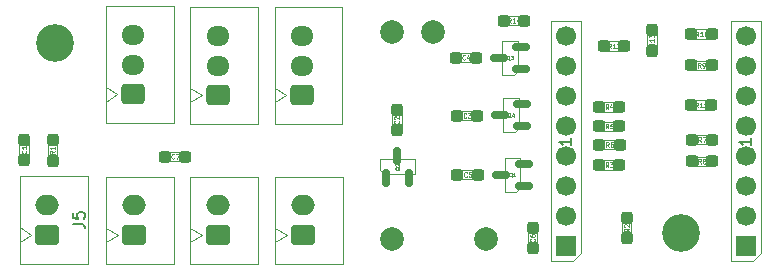
<source format=gbr>
%TF.GenerationSoftware,KiCad,Pcbnew,9.0.3*%
%TF.CreationDate,2025-09-10T20:52:41+09:00*%
%TF.ProjectId,mirror_Shooter_v2,6d697272-6f72-45f5-9368-6f6f7465725f,rev?*%
%TF.SameCoordinates,Original*%
%TF.FileFunction,Soldermask,Top*%
%TF.FilePolarity,Negative*%
%FSLAX46Y46*%
G04 Gerber Fmt 4.6, Leading zero omitted, Abs format (unit mm)*
G04 Created by KiCad (PCBNEW 9.0.3) date 2025-09-10 20:52:41*
%MOMM*%
%LPD*%
G01*
G04 APERTURE LIST*
G04 Aperture macros list*
%AMRoundRect*
0 Rectangle with rounded corners*
0 $1 Rounding radius*
0 $2 $3 $4 $5 $6 $7 $8 $9 X,Y pos of 4 corners*
0 Add a 4 corners polygon primitive as box body*
4,1,4,$2,$3,$4,$5,$6,$7,$8,$9,$2,$3,0*
0 Add four circle primitives for the rounded corners*
1,1,$1+$1,$2,$3*
1,1,$1+$1,$4,$5*
1,1,$1+$1,$6,$7*
1,1,$1+$1,$8,$9*
0 Add four rect primitives between the rounded corners*
20,1,$1+$1,$2,$3,$4,$5,0*
20,1,$1+$1,$4,$5,$6,$7,0*
20,1,$1+$1,$6,$7,$8,$9,0*
20,1,$1+$1,$8,$9,$2,$3,0*%
G04 Aperture macros list end*
%ADD10RoundRect,0.237500X0.300000X0.237500X-0.300000X0.237500X-0.300000X-0.237500X0.300000X-0.237500X0*%
%ADD11RoundRect,0.237500X0.237500X-0.300000X0.237500X0.300000X-0.237500X0.300000X-0.237500X-0.300000X0*%
%ADD12RoundRect,0.250000X0.750000X-0.600000X0.750000X0.600000X-0.750000X0.600000X-0.750000X-0.600000X0*%
%ADD13O,2.000000X1.700000*%
%ADD14C,3.200000*%
%ADD15C,1.700000*%
%ADD16R,1.700000X1.700000*%
%ADD17RoundRect,0.237500X-0.300000X-0.237500X0.300000X-0.237500X0.300000X0.237500X-0.300000X0.237500X0*%
%ADD18RoundRect,0.237500X-0.237500X0.300000X-0.237500X-0.300000X0.237500X-0.300000X0.237500X0.300000X0*%
%ADD19RoundRect,0.250000X0.725000X-0.600000X0.725000X0.600000X-0.725000X0.600000X-0.725000X-0.600000X0*%
%ADD20O,1.950000X1.700000*%
%ADD21RoundRect,0.150000X0.587500X0.150000X-0.587500X0.150000X-0.587500X-0.150000X0.587500X-0.150000X0*%
%ADD22C,2.000000*%
%ADD23RoundRect,0.150000X0.150000X-0.587500X0.150000X0.587500X-0.150000X0.587500X-0.150000X-0.587500X0*%
%ADD24C,0.060000*%
%ADD25C,0.150000*%
%ADD26C,0.050000*%
%ADD27C,0.100000*%
G04 APERTURE END LIST*
D10*
%TO.C,R14*%
X203173500Y-100203000D03*
X201448500Y-100203000D03*
%TD*%
D11*
%TO.C,R13*%
X213995000Y-102743000D03*
X213995000Y-101018000D03*
%TD*%
D10*
%TO.C,R12*%
X211656000Y-102362000D03*
X209931000Y-102362000D03*
%TD*%
D12*
%TO.C,J5*%
X162814000Y-118324000D03*
D13*
X162814000Y-115824000D03*
%TD*%
D14*
%TO.C,H1*%
X163450000Y-102100000D03*
%TD*%
%TO.C,H2*%
X216490000Y-118140000D03*
%TD*%
D15*
%TO.C,J10*%
X206700000Y-101460000D03*
X206700000Y-104000000D03*
X206700000Y-106540000D03*
X206700000Y-109080000D03*
X206700000Y-111620000D03*
X206700000Y-114160000D03*
X206700000Y-116700000D03*
D16*
X206700000Y-119240000D03*
%TD*%
D11*
%TO.C,R1*%
X163250000Y-112050000D03*
X163250000Y-110325000D03*
%TD*%
D17*
%TO.C,R4*%
X209525000Y-107500000D03*
X211250000Y-107500000D03*
%TD*%
D10*
%TO.C,R7*%
X219098200Y-110286800D03*
X217373200Y-110286800D03*
%TD*%
D11*
%TO.C,C6*%
X203900000Y-119462500D03*
X203900000Y-117737500D03*
%TD*%
D17*
%TO.C,R11*%
X217295000Y-107350000D03*
X219020000Y-107350000D03*
%TD*%
%TO.C,R3*%
X209525000Y-112411000D03*
X211250000Y-112411000D03*
%TD*%
D18*
%TO.C,R2*%
X211860000Y-116877500D03*
X211860000Y-118602500D03*
%TD*%
D19*
%TO.C,J1*%
X184400000Y-106500000D03*
D20*
X184400000Y-104000000D03*
X184400000Y-101500000D03*
%TD*%
D19*
%TO.C,J3*%
X170100000Y-106450000D03*
D20*
X170100000Y-103950000D03*
X170100000Y-101450000D03*
%TD*%
D19*
%TO.C,J2*%
X177250000Y-106500000D03*
D20*
X177250000Y-104000000D03*
X177250000Y-101500000D03*
%TD*%
D21*
%TO.C,Q4*%
X203000000Y-109150000D03*
X203000000Y-107250000D03*
X201125000Y-108200000D03*
%TD*%
D22*
%TO.C,J9*%
X199950000Y-118680900D03*
X191950000Y-118680900D03*
%TD*%
D12*
%TO.C,J7*%
X170125000Y-118350000D03*
D13*
X170125000Y-115850000D03*
%TD*%
D12*
%TO.C,J8*%
X184425000Y-118350000D03*
D13*
X184425000Y-115850000D03*
%TD*%
D10*
%TO.C,R10*%
X219049600Y-101346000D03*
X217324600Y-101346000D03*
%TD*%
D17*
%TO.C,R5*%
X209525000Y-109151000D03*
X211250000Y-109151000D03*
%TD*%
D22*
%TO.C,J4*%
X191950000Y-101180900D03*
X195450000Y-101180900D03*
%TD*%
D17*
%TO.C,C5*%
X197525000Y-113250000D03*
X199250000Y-113250000D03*
%TD*%
D21*
%TO.C,Q1*%
X203125000Y-114200000D03*
X203125000Y-112300000D03*
X201250000Y-113250000D03*
%TD*%
D17*
%TO.C,C3*%
X197500000Y-108250000D03*
X199225000Y-108250000D03*
%TD*%
D10*
%TO.C,R9*%
X219049600Y-103987600D03*
X217324600Y-103987600D03*
%TD*%
D11*
%TO.C,C1*%
X160850000Y-112000000D03*
X160850000Y-110275000D03*
%TD*%
D12*
%TO.C,J6*%
X177275000Y-118350000D03*
D13*
X177275000Y-115850000D03*
%TD*%
D17*
%TO.C,R6*%
X209548200Y-110709200D03*
X211273200Y-110709200D03*
%TD*%
D21*
%TO.C,Q3*%
X202918300Y-104291300D03*
X202918300Y-102391300D03*
X201043300Y-103341300D03*
%TD*%
D23*
%TO.C,Q2*%
X191500000Y-113500000D03*
X193400000Y-113500000D03*
X192450000Y-111625000D03*
%TD*%
D17*
%TO.C,C4*%
X197408800Y-103327200D03*
X199133800Y-103327200D03*
%TD*%
D18*
%TO.C,C2*%
X192400000Y-107750000D03*
X192400000Y-109475000D03*
%TD*%
D17*
%TO.C,C7*%
X172760000Y-111710000D03*
X174485000Y-111710000D03*
%TD*%
D16*
%TO.C,J11*%
X221950000Y-119240000D03*
D15*
X221950000Y-116700000D03*
X221950000Y-114160000D03*
X221950000Y-111620000D03*
X221950000Y-109080000D03*
X221950000Y-106540000D03*
X221950000Y-104000000D03*
X221950000Y-101460000D03*
%TD*%
D10*
%TO.C,R8*%
X219098200Y-112115600D03*
X217373200Y-112115600D03*
%TD*%
D24*
X202053857Y-100384927D02*
X201920524Y-100194451D01*
X201825286Y-100384927D02*
X201825286Y-99984927D01*
X201825286Y-99984927D02*
X201977667Y-99984927D01*
X201977667Y-99984927D02*
X202015762Y-100003975D01*
X202015762Y-100003975D02*
X202034809Y-100023022D01*
X202034809Y-100023022D02*
X202053857Y-100061118D01*
X202053857Y-100061118D02*
X202053857Y-100118260D01*
X202053857Y-100118260D02*
X202034809Y-100156356D01*
X202034809Y-100156356D02*
X202015762Y-100175403D01*
X202015762Y-100175403D02*
X201977667Y-100194451D01*
X201977667Y-100194451D02*
X201825286Y-100194451D01*
X202434809Y-100384927D02*
X202206238Y-100384927D01*
X202320524Y-100384927D02*
X202320524Y-99984927D01*
X202320524Y-99984927D02*
X202282428Y-100042070D01*
X202282428Y-100042070D02*
X202244333Y-100080165D01*
X202244333Y-100080165D02*
X202206238Y-100099213D01*
X202777666Y-100118260D02*
X202777666Y-100384927D01*
X202682428Y-99965880D02*
X202587190Y-100251594D01*
X202587190Y-100251594D02*
X202834809Y-100251594D01*
X214176927Y-102137642D02*
X213986451Y-102270975D01*
X214176927Y-102366213D02*
X213776927Y-102366213D01*
X213776927Y-102366213D02*
X213776927Y-102213832D01*
X213776927Y-102213832D02*
X213795975Y-102175737D01*
X213795975Y-102175737D02*
X213815022Y-102156690D01*
X213815022Y-102156690D02*
X213853118Y-102137642D01*
X213853118Y-102137642D02*
X213910260Y-102137642D01*
X213910260Y-102137642D02*
X213948356Y-102156690D01*
X213948356Y-102156690D02*
X213967403Y-102175737D01*
X213967403Y-102175737D02*
X213986451Y-102213832D01*
X213986451Y-102213832D02*
X213986451Y-102366213D01*
X214176927Y-101756690D02*
X214176927Y-101985261D01*
X214176927Y-101870975D02*
X213776927Y-101870975D01*
X213776927Y-101870975D02*
X213834070Y-101909071D01*
X213834070Y-101909071D02*
X213872165Y-101947166D01*
X213872165Y-101947166D02*
X213891213Y-101985261D01*
X213776927Y-101623357D02*
X213776927Y-101375738D01*
X213776927Y-101375738D02*
X213929308Y-101509071D01*
X213929308Y-101509071D02*
X213929308Y-101451928D01*
X213929308Y-101451928D02*
X213948356Y-101413833D01*
X213948356Y-101413833D02*
X213967403Y-101394785D01*
X213967403Y-101394785D02*
X214005499Y-101375738D01*
X214005499Y-101375738D02*
X214100737Y-101375738D01*
X214100737Y-101375738D02*
X214138832Y-101394785D01*
X214138832Y-101394785D02*
X214157880Y-101413833D01*
X214157880Y-101413833D02*
X214176927Y-101451928D01*
X214176927Y-101451928D02*
X214176927Y-101566214D01*
X214176927Y-101566214D02*
X214157880Y-101604309D01*
X214157880Y-101604309D02*
X214138832Y-101623357D01*
X210536357Y-102543927D02*
X210403024Y-102353451D01*
X210307786Y-102543927D02*
X210307786Y-102143927D01*
X210307786Y-102143927D02*
X210460167Y-102143927D01*
X210460167Y-102143927D02*
X210498262Y-102162975D01*
X210498262Y-102162975D02*
X210517309Y-102182022D01*
X210517309Y-102182022D02*
X210536357Y-102220118D01*
X210536357Y-102220118D02*
X210536357Y-102277260D01*
X210536357Y-102277260D02*
X210517309Y-102315356D01*
X210517309Y-102315356D02*
X210498262Y-102334403D01*
X210498262Y-102334403D02*
X210460167Y-102353451D01*
X210460167Y-102353451D02*
X210307786Y-102353451D01*
X210917309Y-102543927D02*
X210688738Y-102543927D01*
X210803024Y-102543927D02*
X210803024Y-102143927D01*
X210803024Y-102143927D02*
X210764928Y-102201070D01*
X210764928Y-102201070D02*
X210726833Y-102239165D01*
X210726833Y-102239165D02*
X210688738Y-102258213D01*
X211069690Y-102182022D02*
X211088738Y-102162975D01*
X211088738Y-102162975D02*
X211126833Y-102143927D01*
X211126833Y-102143927D02*
X211222071Y-102143927D01*
X211222071Y-102143927D02*
X211260166Y-102162975D01*
X211260166Y-102162975D02*
X211279214Y-102182022D01*
X211279214Y-102182022D02*
X211298261Y-102220118D01*
X211298261Y-102220118D02*
X211298261Y-102258213D01*
X211298261Y-102258213D02*
X211279214Y-102315356D01*
X211279214Y-102315356D02*
X211050642Y-102543927D01*
X211050642Y-102543927D02*
X211298261Y-102543927D01*
D25*
X164968819Y-117407333D02*
X165683104Y-117407333D01*
X165683104Y-117407333D02*
X165825961Y-117454952D01*
X165825961Y-117454952D02*
X165921200Y-117550190D01*
X165921200Y-117550190D02*
X165968819Y-117693047D01*
X165968819Y-117693047D02*
X165968819Y-117788285D01*
X164968819Y-116454952D02*
X164968819Y-116931142D01*
X164968819Y-116931142D02*
X165445009Y-116978761D01*
X165445009Y-116978761D02*
X165397390Y-116931142D01*
X165397390Y-116931142D02*
X165349771Y-116835904D01*
X165349771Y-116835904D02*
X165349771Y-116597809D01*
X165349771Y-116597809D02*
X165397390Y-116502571D01*
X165397390Y-116502571D02*
X165445009Y-116454952D01*
X165445009Y-116454952D02*
X165540247Y-116407333D01*
X165540247Y-116407333D02*
X165778342Y-116407333D01*
X165778342Y-116407333D02*
X165873580Y-116454952D01*
X165873580Y-116454952D02*
X165921200Y-116502571D01*
X165921200Y-116502571D02*
X165968819Y-116597809D01*
X165968819Y-116597809D02*
X165968819Y-116835904D01*
X165968819Y-116835904D02*
X165921200Y-116931142D01*
X165921200Y-116931142D02*
X165873580Y-116978761D01*
X162688095Y-102554819D02*
X162688095Y-101554819D01*
X162688095Y-102031009D02*
X163259523Y-102031009D01*
X163259523Y-102554819D02*
X163259523Y-101554819D01*
X164259523Y-102554819D02*
X163688095Y-102554819D01*
X163973809Y-102554819D02*
X163973809Y-101554819D01*
X163973809Y-101554819D02*
X163878571Y-101697676D01*
X163878571Y-101697676D02*
X163783333Y-101792914D01*
X163783333Y-101792914D02*
X163688095Y-101840533D01*
X215728095Y-118594819D02*
X215728095Y-117594819D01*
X215728095Y-118071009D02*
X216299523Y-118071009D01*
X216299523Y-118594819D02*
X216299523Y-117594819D01*
X216728095Y-117690057D02*
X216775714Y-117642438D01*
X216775714Y-117642438D02*
X216870952Y-117594819D01*
X216870952Y-117594819D02*
X217109047Y-117594819D01*
X217109047Y-117594819D02*
X217204285Y-117642438D01*
X217204285Y-117642438D02*
X217251904Y-117690057D01*
X217251904Y-117690057D02*
X217299523Y-117785295D01*
X217299523Y-117785295D02*
X217299523Y-117880533D01*
X217299523Y-117880533D02*
X217251904Y-118023390D01*
X217251904Y-118023390D02*
X216680476Y-118594819D01*
X216680476Y-118594819D02*
X217299523Y-118594819D01*
X206154819Y-111159523D02*
X206869104Y-111159523D01*
X206869104Y-111159523D02*
X207011961Y-111207142D01*
X207011961Y-111207142D02*
X207107200Y-111302380D01*
X207107200Y-111302380D02*
X207154819Y-111445237D01*
X207154819Y-111445237D02*
X207154819Y-111540475D01*
X207154819Y-110159523D02*
X207154819Y-110730951D01*
X207154819Y-110445237D02*
X206154819Y-110445237D01*
X206154819Y-110445237D02*
X206297676Y-110540475D01*
X206297676Y-110540475D02*
X206392914Y-110635713D01*
X206392914Y-110635713D02*
X206440533Y-110730951D01*
X206154819Y-109540475D02*
X206154819Y-109445237D01*
X206154819Y-109445237D02*
X206202438Y-109349999D01*
X206202438Y-109349999D02*
X206250057Y-109302380D01*
X206250057Y-109302380D02*
X206345295Y-109254761D01*
X206345295Y-109254761D02*
X206535771Y-109207142D01*
X206535771Y-109207142D02*
X206773866Y-109207142D01*
X206773866Y-109207142D02*
X206964342Y-109254761D01*
X206964342Y-109254761D02*
X207059580Y-109302380D01*
X207059580Y-109302380D02*
X207107200Y-109349999D01*
X207107200Y-109349999D02*
X207154819Y-109445237D01*
X207154819Y-109445237D02*
X207154819Y-109540475D01*
X207154819Y-109540475D02*
X207107200Y-109635713D01*
X207107200Y-109635713D02*
X207059580Y-109683332D01*
X207059580Y-109683332D02*
X206964342Y-109730951D01*
X206964342Y-109730951D02*
X206773866Y-109778570D01*
X206773866Y-109778570D02*
X206535771Y-109778570D01*
X206535771Y-109778570D02*
X206345295Y-109730951D01*
X206345295Y-109730951D02*
X206250057Y-109683332D01*
X206250057Y-109683332D02*
X206202438Y-109635713D01*
X206202438Y-109635713D02*
X206154819Y-109540475D01*
D24*
X163431927Y-111254166D02*
X163241451Y-111387499D01*
X163431927Y-111482737D02*
X163031927Y-111482737D01*
X163031927Y-111482737D02*
X163031927Y-111330356D01*
X163031927Y-111330356D02*
X163050975Y-111292261D01*
X163050975Y-111292261D02*
X163070022Y-111273214D01*
X163070022Y-111273214D02*
X163108118Y-111254166D01*
X163108118Y-111254166D02*
X163165260Y-111254166D01*
X163165260Y-111254166D02*
X163203356Y-111273214D01*
X163203356Y-111273214D02*
X163222403Y-111292261D01*
X163222403Y-111292261D02*
X163241451Y-111330356D01*
X163241451Y-111330356D02*
X163241451Y-111482737D01*
X163431927Y-110873214D02*
X163431927Y-111101785D01*
X163431927Y-110987499D02*
X163031927Y-110987499D01*
X163031927Y-110987499D02*
X163089070Y-111025595D01*
X163089070Y-111025595D02*
X163127165Y-111063690D01*
X163127165Y-111063690D02*
X163146213Y-111101785D01*
X210320833Y-107681927D02*
X210187500Y-107491451D01*
X210092262Y-107681927D02*
X210092262Y-107281927D01*
X210092262Y-107281927D02*
X210244643Y-107281927D01*
X210244643Y-107281927D02*
X210282738Y-107300975D01*
X210282738Y-107300975D02*
X210301785Y-107320022D01*
X210301785Y-107320022D02*
X210320833Y-107358118D01*
X210320833Y-107358118D02*
X210320833Y-107415260D01*
X210320833Y-107415260D02*
X210301785Y-107453356D01*
X210301785Y-107453356D02*
X210282738Y-107472403D01*
X210282738Y-107472403D02*
X210244643Y-107491451D01*
X210244643Y-107491451D02*
X210092262Y-107491451D01*
X210663690Y-107415260D02*
X210663690Y-107681927D01*
X210568452Y-107262880D02*
X210473214Y-107548594D01*
X210473214Y-107548594D02*
X210720833Y-107548594D01*
X218169033Y-110468727D02*
X218035700Y-110278251D01*
X217940462Y-110468727D02*
X217940462Y-110068727D01*
X217940462Y-110068727D02*
X218092843Y-110068727D01*
X218092843Y-110068727D02*
X218130938Y-110087775D01*
X218130938Y-110087775D02*
X218149985Y-110106822D01*
X218149985Y-110106822D02*
X218169033Y-110144918D01*
X218169033Y-110144918D02*
X218169033Y-110202060D01*
X218169033Y-110202060D02*
X218149985Y-110240156D01*
X218149985Y-110240156D02*
X218130938Y-110259203D01*
X218130938Y-110259203D02*
X218092843Y-110278251D01*
X218092843Y-110278251D02*
X217940462Y-110278251D01*
X218302366Y-110068727D02*
X218569033Y-110068727D01*
X218569033Y-110068727D02*
X218397604Y-110468727D01*
X204043832Y-118666666D02*
X204062880Y-118685714D01*
X204062880Y-118685714D02*
X204081927Y-118742856D01*
X204081927Y-118742856D02*
X204081927Y-118780952D01*
X204081927Y-118780952D02*
X204062880Y-118838095D01*
X204062880Y-118838095D02*
X204024784Y-118876190D01*
X204024784Y-118876190D02*
X203986689Y-118895237D01*
X203986689Y-118895237D02*
X203910499Y-118914285D01*
X203910499Y-118914285D02*
X203853356Y-118914285D01*
X203853356Y-118914285D02*
X203777165Y-118895237D01*
X203777165Y-118895237D02*
X203739070Y-118876190D01*
X203739070Y-118876190D02*
X203700975Y-118838095D01*
X203700975Y-118838095D02*
X203681927Y-118780952D01*
X203681927Y-118780952D02*
X203681927Y-118742856D01*
X203681927Y-118742856D02*
X203700975Y-118685714D01*
X203700975Y-118685714D02*
X203720022Y-118666666D01*
X203681927Y-118323809D02*
X203681927Y-118399999D01*
X203681927Y-118399999D02*
X203700975Y-118438095D01*
X203700975Y-118438095D02*
X203720022Y-118457142D01*
X203720022Y-118457142D02*
X203777165Y-118495237D01*
X203777165Y-118495237D02*
X203853356Y-118514285D01*
X203853356Y-118514285D02*
X204005737Y-118514285D01*
X204005737Y-118514285D02*
X204043832Y-118495237D01*
X204043832Y-118495237D02*
X204062880Y-118476190D01*
X204062880Y-118476190D02*
X204081927Y-118438095D01*
X204081927Y-118438095D02*
X204081927Y-118361904D01*
X204081927Y-118361904D02*
X204062880Y-118323809D01*
X204062880Y-118323809D02*
X204043832Y-118304761D01*
X204043832Y-118304761D02*
X204005737Y-118285714D01*
X204005737Y-118285714D02*
X203910499Y-118285714D01*
X203910499Y-118285714D02*
X203872403Y-118304761D01*
X203872403Y-118304761D02*
X203853356Y-118323809D01*
X203853356Y-118323809D02*
X203834308Y-118361904D01*
X203834308Y-118361904D02*
X203834308Y-118438095D01*
X203834308Y-118438095D02*
X203853356Y-118476190D01*
X203853356Y-118476190D02*
X203872403Y-118495237D01*
X203872403Y-118495237D02*
X203910499Y-118514285D01*
X217900357Y-107531927D02*
X217767024Y-107341451D01*
X217671786Y-107531927D02*
X217671786Y-107131927D01*
X217671786Y-107131927D02*
X217824167Y-107131927D01*
X217824167Y-107131927D02*
X217862262Y-107150975D01*
X217862262Y-107150975D02*
X217881309Y-107170022D01*
X217881309Y-107170022D02*
X217900357Y-107208118D01*
X217900357Y-107208118D02*
X217900357Y-107265260D01*
X217900357Y-107265260D02*
X217881309Y-107303356D01*
X217881309Y-107303356D02*
X217862262Y-107322403D01*
X217862262Y-107322403D02*
X217824167Y-107341451D01*
X217824167Y-107341451D02*
X217671786Y-107341451D01*
X218281309Y-107531927D02*
X218052738Y-107531927D01*
X218167024Y-107531927D02*
X218167024Y-107131927D01*
X218167024Y-107131927D02*
X218128928Y-107189070D01*
X218128928Y-107189070D02*
X218090833Y-107227165D01*
X218090833Y-107227165D02*
X218052738Y-107246213D01*
X218662261Y-107531927D02*
X218433690Y-107531927D01*
X218547976Y-107531927D02*
X218547976Y-107131927D01*
X218547976Y-107131927D02*
X218509880Y-107189070D01*
X218509880Y-107189070D02*
X218471785Y-107227165D01*
X218471785Y-107227165D02*
X218433690Y-107246213D01*
X210320833Y-112592927D02*
X210187500Y-112402451D01*
X210092262Y-112592927D02*
X210092262Y-112192927D01*
X210092262Y-112192927D02*
X210244643Y-112192927D01*
X210244643Y-112192927D02*
X210282738Y-112211975D01*
X210282738Y-112211975D02*
X210301785Y-112231022D01*
X210301785Y-112231022D02*
X210320833Y-112269118D01*
X210320833Y-112269118D02*
X210320833Y-112326260D01*
X210320833Y-112326260D02*
X210301785Y-112364356D01*
X210301785Y-112364356D02*
X210282738Y-112383403D01*
X210282738Y-112383403D02*
X210244643Y-112402451D01*
X210244643Y-112402451D02*
X210092262Y-112402451D01*
X210454166Y-112192927D02*
X210701785Y-112192927D01*
X210701785Y-112192927D02*
X210568452Y-112345308D01*
X210568452Y-112345308D02*
X210625595Y-112345308D01*
X210625595Y-112345308D02*
X210663690Y-112364356D01*
X210663690Y-112364356D02*
X210682738Y-112383403D01*
X210682738Y-112383403D02*
X210701785Y-112421499D01*
X210701785Y-112421499D02*
X210701785Y-112516737D01*
X210701785Y-112516737D02*
X210682738Y-112554832D01*
X210682738Y-112554832D02*
X210663690Y-112573880D01*
X210663690Y-112573880D02*
X210625595Y-112592927D01*
X210625595Y-112592927D02*
X210511309Y-112592927D01*
X210511309Y-112592927D02*
X210473214Y-112573880D01*
X210473214Y-112573880D02*
X210454166Y-112554832D01*
X212041927Y-117806666D02*
X211851451Y-117939999D01*
X212041927Y-118035237D02*
X211641927Y-118035237D01*
X211641927Y-118035237D02*
X211641927Y-117882856D01*
X211641927Y-117882856D02*
X211660975Y-117844761D01*
X211660975Y-117844761D02*
X211680022Y-117825714D01*
X211680022Y-117825714D02*
X211718118Y-117806666D01*
X211718118Y-117806666D02*
X211775260Y-117806666D01*
X211775260Y-117806666D02*
X211813356Y-117825714D01*
X211813356Y-117825714D02*
X211832403Y-117844761D01*
X211832403Y-117844761D02*
X211851451Y-117882856D01*
X211851451Y-117882856D02*
X211851451Y-118035237D01*
X211680022Y-117654285D02*
X211660975Y-117635237D01*
X211660975Y-117635237D02*
X211641927Y-117597142D01*
X211641927Y-117597142D02*
X211641927Y-117501904D01*
X211641927Y-117501904D02*
X211660975Y-117463809D01*
X211660975Y-117463809D02*
X211680022Y-117444761D01*
X211680022Y-117444761D02*
X211718118Y-117425714D01*
X211718118Y-117425714D02*
X211756213Y-117425714D01*
X211756213Y-117425714D02*
X211813356Y-117444761D01*
X211813356Y-117444761D02*
X212041927Y-117673333D01*
X212041927Y-117673333D02*
X212041927Y-117425714D01*
D26*
X202032023Y-108375914D02*
X202001547Y-108360676D01*
X202001547Y-108360676D02*
X201971071Y-108330200D01*
X201971071Y-108330200D02*
X201925357Y-108284485D01*
X201925357Y-108284485D02*
X201894880Y-108269247D01*
X201894880Y-108269247D02*
X201864404Y-108269247D01*
X201879642Y-108345438D02*
X201849166Y-108330200D01*
X201849166Y-108330200D02*
X201818690Y-108299723D01*
X201818690Y-108299723D02*
X201803452Y-108238771D01*
X201803452Y-108238771D02*
X201803452Y-108132104D01*
X201803452Y-108132104D02*
X201818690Y-108071152D01*
X201818690Y-108071152D02*
X201849166Y-108040676D01*
X201849166Y-108040676D02*
X201879642Y-108025438D01*
X201879642Y-108025438D02*
X201940595Y-108025438D01*
X201940595Y-108025438D02*
X201971071Y-108040676D01*
X201971071Y-108040676D02*
X202001547Y-108071152D01*
X202001547Y-108071152D02*
X202016785Y-108132104D01*
X202016785Y-108132104D02*
X202016785Y-108238771D01*
X202016785Y-108238771D02*
X202001547Y-108299723D01*
X202001547Y-108299723D02*
X201971071Y-108330200D01*
X201971071Y-108330200D02*
X201940595Y-108345438D01*
X201940595Y-108345438D02*
X201879642Y-108345438D01*
X202291071Y-108132104D02*
X202291071Y-108345438D01*
X202214880Y-108010200D02*
X202138690Y-108238771D01*
X202138690Y-108238771D02*
X202336785Y-108238771D01*
D24*
X217929957Y-101527927D02*
X217796624Y-101337451D01*
X217701386Y-101527927D02*
X217701386Y-101127927D01*
X217701386Y-101127927D02*
X217853767Y-101127927D01*
X217853767Y-101127927D02*
X217891862Y-101146975D01*
X217891862Y-101146975D02*
X217910909Y-101166022D01*
X217910909Y-101166022D02*
X217929957Y-101204118D01*
X217929957Y-101204118D02*
X217929957Y-101261260D01*
X217929957Y-101261260D02*
X217910909Y-101299356D01*
X217910909Y-101299356D02*
X217891862Y-101318403D01*
X217891862Y-101318403D02*
X217853767Y-101337451D01*
X217853767Y-101337451D02*
X217701386Y-101337451D01*
X218310909Y-101527927D02*
X218082338Y-101527927D01*
X218196624Y-101527927D02*
X218196624Y-101127927D01*
X218196624Y-101127927D02*
X218158528Y-101185070D01*
X218158528Y-101185070D02*
X218120433Y-101223165D01*
X218120433Y-101223165D02*
X218082338Y-101242213D01*
X218558528Y-101127927D02*
X218596623Y-101127927D01*
X218596623Y-101127927D02*
X218634719Y-101146975D01*
X218634719Y-101146975D02*
X218653766Y-101166022D01*
X218653766Y-101166022D02*
X218672814Y-101204118D01*
X218672814Y-101204118D02*
X218691861Y-101280308D01*
X218691861Y-101280308D02*
X218691861Y-101375546D01*
X218691861Y-101375546D02*
X218672814Y-101451737D01*
X218672814Y-101451737D02*
X218653766Y-101489832D01*
X218653766Y-101489832D02*
X218634719Y-101508880D01*
X218634719Y-101508880D02*
X218596623Y-101527927D01*
X218596623Y-101527927D02*
X218558528Y-101527927D01*
X218558528Y-101527927D02*
X218520433Y-101508880D01*
X218520433Y-101508880D02*
X218501385Y-101489832D01*
X218501385Y-101489832D02*
X218482338Y-101451737D01*
X218482338Y-101451737D02*
X218463290Y-101375546D01*
X218463290Y-101375546D02*
X218463290Y-101280308D01*
X218463290Y-101280308D02*
X218482338Y-101204118D01*
X218482338Y-101204118D02*
X218501385Y-101166022D01*
X218501385Y-101166022D02*
X218520433Y-101146975D01*
X218520433Y-101146975D02*
X218558528Y-101127927D01*
X210320833Y-109332927D02*
X210187500Y-109142451D01*
X210092262Y-109332927D02*
X210092262Y-108932927D01*
X210092262Y-108932927D02*
X210244643Y-108932927D01*
X210244643Y-108932927D02*
X210282738Y-108951975D01*
X210282738Y-108951975D02*
X210301785Y-108971022D01*
X210301785Y-108971022D02*
X210320833Y-109009118D01*
X210320833Y-109009118D02*
X210320833Y-109066260D01*
X210320833Y-109066260D02*
X210301785Y-109104356D01*
X210301785Y-109104356D02*
X210282738Y-109123403D01*
X210282738Y-109123403D02*
X210244643Y-109142451D01*
X210244643Y-109142451D02*
X210092262Y-109142451D01*
X210682738Y-108932927D02*
X210492262Y-108932927D01*
X210492262Y-108932927D02*
X210473214Y-109123403D01*
X210473214Y-109123403D02*
X210492262Y-109104356D01*
X210492262Y-109104356D02*
X210530357Y-109085308D01*
X210530357Y-109085308D02*
X210625595Y-109085308D01*
X210625595Y-109085308D02*
X210663690Y-109104356D01*
X210663690Y-109104356D02*
X210682738Y-109123403D01*
X210682738Y-109123403D02*
X210701785Y-109161499D01*
X210701785Y-109161499D02*
X210701785Y-109256737D01*
X210701785Y-109256737D02*
X210682738Y-109294832D01*
X210682738Y-109294832D02*
X210663690Y-109313880D01*
X210663690Y-109313880D02*
X210625595Y-109332927D01*
X210625595Y-109332927D02*
X210530357Y-109332927D01*
X210530357Y-109332927D02*
X210492262Y-109313880D01*
X210492262Y-109313880D02*
X210473214Y-109294832D01*
X198320833Y-113393832D02*
X198301785Y-113412880D01*
X198301785Y-113412880D02*
X198244643Y-113431927D01*
X198244643Y-113431927D02*
X198206547Y-113431927D01*
X198206547Y-113431927D02*
X198149404Y-113412880D01*
X198149404Y-113412880D02*
X198111309Y-113374784D01*
X198111309Y-113374784D02*
X198092262Y-113336689D01*
X198092262Y-113336689D02*
X198073214Y-113260499D01*
X198073214Y-113260499D02*
X198073214Y-113203356D01*
X198073214Y-113203356D02*
X198092262Y-113127165D01*
X198092262Y-113127165D02*
X198111309Y-113089070D01*
X198111309Y-113089070D02*
X198149404Y-113050975D01*
X198149404Y-113050975D02*
X198206547Y-113031927D01*
X198206547Y-113031927D02*
X198244643Y-113031927D01*
X198244643Y-113031927D02*
X198301785Y-113050975D01*
X198301785Y-113050975D02*
X198320833Y-113070022D01*
X198682738Y-113031927D02*
X198492262Y-113031927D01*
X198492262Y-113031927D02*
X198473214Y-113222403D01*
X198473214Y-113222403D02*
X198492262Y-113203356D01*
X198492262Y-113203356D02*
X198530357Y-113184308D01*
X198530357Y-113184308D02*
X198625595Y-113184308D01*
X198625595Y-113184308D02*
X198663690Y-113203356D01*
X198663690Y-113203356D02*
X198682738Y-113222403D01*
X198682738Y-113222403D02*
X198701785Y-113260499D01*
X198701785Y-113260499D02*
X198701785Y-113355737D01*
X198701785Y-113355737D02*
X198682738Y-113393832D01*
X198682738Y-113393832D02*
X198663690Y-113412880D01*
X198663690Y-113412880D02*
X198625595Y-113431927D01*
X198625595Y-113431927D02*
X198530357Y-113431927D01*
X198530357Y-113431927D02*
X198492262Y-113412880D01*
X198492262Y-113412880D02*
X198473214Y-113393832D01*
D26*
X202157023Y-113425914D02*
X202126547Y-113410676D01*
X202126547Y-113410676D02*
X202096071Y-113380200D01*
X202096071Y-113380200D02*
X202050357Y-113334485D01*
X202050357Y-113334485D02*
X202019880Y-113319247D01*
X202019880Y-113319247D02*
X201989404Y-113319247D01*
X202004642Y-113395438D02*
X201974166Y-113380200D01*
X201974166Y-113380200D02*
X201943690Y-113349723D01*
X201943690Y-113349723D02*
X201928452Y-113288771D01*
X201928452Y-113288771D02*
X201928452Y-113182104D01*
X201928452Y-113182104D02*
X201943690Y-113121152D01*
X201943690Y-113121152D02*
X201974166Y-113090676D01*
X201974166Y-113090676D02*
X202004642Y-113075438D01*
X202004642Y-113075438D02*
X202065595Y-113075438D01*
X202065595Y-113075438D02*
X202096071Y-113090676D01*
X202096071Y-113090676D02*
X202126547Y-113121152D01*
X202126547Y-113121152D02*
X202141785Y-113182104D01*
X202141785Y-113182104D02*
X202141785Y-113288771D01*
X202141785Y-113288771D02*
X202126547Y-113349723D01*
X202126547Y-113349723D02*
X202096071Y-113380200D01*
X202096071Y-113380200D02*
X202065595Y-113395438D01*
X202065595Y-113395438D02*
X202004642Y-113395438D01*
X202446547Y-113395438D02*
X202263690Y-113395438D01*
X202355118Y-113395438D02*
X202355118Y-113075438D01*
X202355118Y-113075438D02*
X202324642Y-113121152D01*
X202324642Y-113121152D02*
X202294166Y-113151628D01*
X202294166Y-113151628D02*
X202263690Y-113166866D01*
D24*
X198295833Y-108393832D02*
X198276785Y-108412880D01*
X198276785Y-108412880D02*
X198219643Y-108431927D01*
X198219643Y-108431927D02*
X198181547Y-108431927D01*
X198181547Y-108431927D02*
X198124404Y-108412880D01*
X198124404Y-108412880D02*
X198086309Y-108374784D01*
X198086309Y-108374784D02*
X198067262Y-108336689D01*
X198067262Y-108336689D02*
X198048214Y-108260499D01*
X198048214Y-108260499D02*
X198048214Y-108203356D01*
X198048214Y-108203356D02*
X198067262Y-108127165D01*
X198067262Y-108127165D02*
X198086309Y-108089070D01*
X198086309Y-108089070D02*
X198124404Y-108050975D01*
X198124404Y-108050975D02*
X198181547Y-108031927D01*
X198181547Y-108031927D02*
X198219643Y-108031927D01*
X198219643Y-108031927D02*
X198276785Y-108050975D01*
X198276785Y-108050975D02*
X198295833Y-108070022D01*
X198429166Y-108031927D02*
X198676785Y-108031927D01*
X198676785Y-108031927D02*
X198543452Y-108184308D01*
X198543452Y-108184308D02*
X198600595Y-108184308D01*
X198600595Y-108184308D02*
X198638690Y-108203356D01*
X198638690Y-108203356D02*
X198657738Y-108222403D01*
X198657738Y-108222403D02*
X198676785Y-108260499D01*
X198676785Y-108260499D02*
X198676785Y-108355737D01*
X198676785Y-108355737D02*
X198657738Y-108393832D01*
X198657738Y-108393832D02*
X198638690Y-108412880D01*
X198638690Y-108412880D02*
X198600595Y-108431927D01*
X198600595Y-108431927D02*
X198486309Y-108431927D01*
X198486309Y-108431927D02*
X198448214Y-108412880D01*
X198448214Y-108412880D02*
X198429166Y-108393832D01*
X218120433Y-104169527D02*
X217987100Y-103979051D01*
X217891862Y-104169527D02*
X217891862Y-103769527D01*
X217891862Y-103769527D02*
X218044243Y-103769527D01*
X218044243Y-103769527D02*
X218082338Y-103788575D01*
X218082338Y-103788575D02*
X218101385Y-103807622D01*
X218101385Y-103807622D02*
X218120433Y-103845718D01*
X218120433Y-103845718D02*
X218120433Y-103902860D01*
X218120433Y-103902860D02*
X218101385Y-103940956D01*
X218101385Y-103940956D02*
X218082338Y-103960003D01*
X218082338Y-103960003D02*
X218044243Y-103979051D01*
X218044243Y-103979051D02*
X217891862Y-103979051D01*
X218310909Y-104169527D02*
X218387100Y-104169527D01*
X218387100Y-104169527D02*
X218425195Y-104150480D01*
X218425195Y-104150480D02*
X218444243Y-104131432D01*
X218444243Y-104131432D02*
X218482338Y-104074289D01*
X218482338Y-104074289D02*
X218501385Y-103998099D01*
X218501385Y-103998099D02*
X218501385Y-103845718D01*
X218501385Y-103845718D02*
X218482338Y-103807622D01*
X218482338Y-103807622D02*
X218463290Y-103788575D01*
X218463290Y-103788575D02*
X218425195Y-103769527D01*
X218425195Y-103769527D02*
X218349004Y-103769527D01*
X218349004Y-103769527D02*
X218310909Y-103788575D01*
X218310909Y-103788575D02*
X218291862Y-103807622D01*
X218291862Y-103807622D02*
X218272814Y-103845718D01*
X218272814Y-103845718D02*
X218272814Y-103940956D01*
X218272814Y-103940956D02*
X218291862Y-103979051D01*
X218291862Y-103979051D02*
X218310909Y-103998099D01*
X218310909Y-103998099D02*
X218349004Y-104017146D01*
X218349004Y-104017146D02*
X218425195Y-104017146D01*
X218425195Y-104017146D02*
X218463290Y-103998099D01*
X218463290Y-103998099D02*
X218482338Y-103979051D01*
X218482338Y-103979051D02*
X218501385Y-103940956D01*
X160993832Y-111204166D02*
X161012880Y-111223214D01*
X161012880Y-111223214D02*
X161031927Y-111280356D01*
X161031927Y-111280356D02*
X161031927Y-111318452D01*
X161031927Y-111318452D02*
X161012880Y-111375595D01*
X161012880Y-111375595D02*
X160974784Y-111413690D01*
X160974784Y-111413690D02*
X160936689Y-111432737D01*
X160936689Y-111432737D02*
X160860499Y-111451785D01*
X160860499Y-111451785D02*
X160803356Y-111451785D01*
X160803356Y-111451785D02*
X160727165Y-111432737D01*
X160727165Y-111432737D02*
X160689070Y-111413690D01*
X160689070Y-111413690D02*
X160650975Y-111375595D01*
X160650975Y-111375595D02*
X160631927Y-111318452D01*
X160631927Y-111318452D02*
X160631927Y-111280356D01*
X160631927Y-111280356D02*
X160650975Y-111223214D01*
X160650975Y-111223214D02*
X160670022Y-111204166D01*
X161031927Y-110823214D02*
X161031927Y-111051785D01*
X161031927Y-110937499D02*
X160631927Y-110937499D01*
X160631927Y-110937499D02*
X160689070Y-110975595D01*
X160689070Y-110975595D02*
X160727165Y-111013690D01*
X160727165Y-111013690D02*
X160746213Y-111051785D01*
X210344033Y-110891127D02*
X210210700Y-110700651D01*
X210115462Y-110891127D02*
X210115462Y-110491127D01*
X210115462Y-110491127D02*
X210267843Y-110491127D01*
X210267843Y-110491127D02*
X210305938Y-110510175D01*
X210305938Y-110510175D02*
X210324985Y-110529222D01*
X210324985Y-110529222D02*
X210344033Y-110567318D01*
X210344033Y-110567318D02*
X210344033Y-110624460D01*
X210344033Y-110624460D02*
X210324985Y-110662556D01*
X210324985Y-110662556D02*
X210305938Y-110681603D01*
X210305938Y-110681603D02*
X210267843Y-110700651D01*
X210267843Y-110700651D02*
X210115462Y-110700651D01*
X210686890Y-110491127D02*
X210610700Y-110491127D01*
X210610700Y-110491127D02*
X210572604Y-110510175D01*
X210572604Y-110510175D02*
X210553557Y-110529222D01*
X210553557Y-110529222D02*
X210515462Y-110586365D01*
X210515462Y-110586365D02*
X210496414Y-110662556D01*
X210496414Y-110662556D02*
X210496414Y-110814937D01*
X210496414Y-110814937D02*
X210515462Y-110853032D01*
X210515462Y-110853032D02*
X210534509Y-110872080D01*
X210534509Y-110872080D02*
X210572604Y-110891127D01*
X210572604Y-110891127D02*
X210648795Y-110891127D01*
X210648795Y-110891127D02*
X210686890Y-110872080D01*
X210686890Y-110872080D02*
X210705938Y-110853032D01*
X210705938Y-110853032D02*
X210724985Y-110814937D01*
X210724985Y-110814937D02*
X210724985Y-110719699D01*
X210724985Y-110719699D02*
X210705938Y-110681603D01*
X210705938Y-110681603D02*
X210686890Y-110662556D01*
X210686890Y-110662556D02*
X210648795Y-110643508D01*
X210648795Y-110643508D02*
X210572604Y-110643508D01*
X210572604Y-110643508D02*
X210534509Y-110662556D01*
X210534509Y-110662556D02*
X210515462Y-110681603D01*
X210515462Y-110681603D02*
X210496414Y-110719699D01*
D26*
X201950323Y-103517214D02*
X201919847Y-103501976D01*
X201919847Y-103501976D02*
X201889371Y-103471500D01*
X201889371Y-103471500D02*
X201843657Y-103425785D01*
X201843657Y-103425785D02*
X201813180Y-103410547D01*
X201813180Y-103410547D02*
X201782704Y-103410547D01*
X201797942Y-103486738D02*
X201767466Y-103471500D01*
X201767466Y-103471500D02*
X201736990Y-103441023D01*
X201736990Y-103441023D02*
X201721752Y-103380071D01*
X201721752Y-103380071D02*
X201721752Y-103273404D01*
X201721752Y-103273404D02*
X201736990Y-103212452D01*
X201736990Y-103212452D02*
X201767466Y-103181976D01*
X201767466Y-103181976D02*
X201797942Y-103166738D01*
X201797942Y-103166738D02*
X201858895Y-103166738D01*
X201858895Y-103166738D02*
X201889371Y-103181976D01*
X201889371Y-103181976D02*
X201919847Y-103212452D01*
X201919847Y-103212452D02*
X201935085Y-103273404D01*
X201935085Y-103273404D02*
X201935085Y-103380071D01*
X201935085Y-103380071D02*
X201919847Y-103441023D01*
X201919847Y-103441023D02*
X201889371Y-103471500D01*
X201889371Y-103471500D02*
X201858895Y-103486738D01*
X201858895Y-103486738D02*
X201797942Y-103486738D01*
X202041752Y-103166738D02*
X202239847Y-103166738D01*
X202239847Y-103166738D02*
X202133180Y-103288642D01*
X202133180Y-103288642D02*
X202178895Y-103288642D01*
X202178895Y-103288642D02*
X202209371Y-103303880D01*
X202209371Y-103303880D02*
X202224609Y-103319119D01*
X202224609Y-103319119D02*
X202239847Y-103349595D01*
X202239847Y-103349595D02*
X202239847Y-103425785D01*
X202239847Y-103425785D02*
X202224609Y-103456261D01*
X202224609Y-103456261D02*
X202209371Y-103471500D01*
X202209371Y-103471500D02*
X202178895Y-103486738D01*
X202178895Y-103486738D02*
X202087466Y-103486738D01*
X202087466Y-103486738D02*
X202056990Y-103471500D01*
X202056990Y-103471500D02*
X202041752Y-103456261D01*
X192625914Y-112592976D02*
X192610676Y-112623452D01*
X192610676Y-112623452D02*
X192580200Y-112653928D01*
X192580200Y-112653928D02*
X192534485Y-112699642D01*
X192534485Y-112699642D02*
X192519247Y-112730119D01*
X192519247Y-112730119D02*
X192519247Y-112760595D01*
X192595438Y-112745357D02*
X192580200Y-112775833D01*
X192580200Y-112775833D02*
X192549723Y-112806309D01*
X192549723Y-112806309D02*
X192488771Y-112821547D01*
X192488771Y-112821547D02*
X192382104Y-112821547D01*
X192382104Y-112821547D02*
X192321152Y-112806309D01*
X192321152Y-112806309D02*
X192290676Y-112775833D01*
X192290676Y-112775833D02*
X192275438Y-112745357D01*
X192275438Y-112745357D02*
X192275438Y-112684404D01*
X192275438Y-112684404D02*
X192290676Y-112653928D01*
X192290676Y-112653928D02*
X192321152Y-112623452D01*
X192321152Y-112623452D02*
X192382104Y-112608214D01*
X192382104Y-112608214D02*
X192488771Y-112608214D01*
X192488771Y-112608214D02*
X192549723Y-112623452D01*
X192549723Y-112623452D02*
X192580200Y-112653928D01*
X192580200Y-112653928D02*
X192595438Y-112684404D01*
X192595438Y-112684404D02*
X192595438Y-112745357D01*
X192305914Y-112486309D02*
X192290676Y-112471071D01*
X192290676Y-112471071D02*
X192275438Y-112440595D01*
X192275438Y-112440595D02*
X192275438Y-112364404D01*
X192275438Y-112364404D02*
X192290676Y-112333928D01*
X192290676Y-112333928D02*
X192305914Y-112318690D01*
X192305914Y-112318690D02*
X192336390Y-112303452D01*
X192336390Y-112303452D02*
X192366866Y-112303452D01*
X192366866Y-112303452D02*
X192412580Y-112318690D01*
X192412580Y-112318690D02*
X192595438Y-112501547D01*
X192595438Y-112501547D02*
X192595438Y-112303452D01*
D24*
X198204633Y-103471032D02*
X198185585Y-103490080D01*
X198185585Y-103490080D02*
X198128443Y-103509127D01*
X198128443Y-103509127D02*
X198090347Y-103509127D01*
X198090347Y-103509127D02*
X198033204Y-103490080D01*
X198033204Y-103490080D02*
X197995109Y-103451984D01*
X197995109Y-103451984D02*
X197976062Y-103413889D01*
X197976062Y-103413889D02*
X197957014Y-103337699D01*
X197957014Y-103337699D02*
X197957014Y-103280556D01*
X197957014Y-103280556D02*
X197976062Y-103204365D01*
X197976062Y-103204365D02*
X197995109Y-103166270D01*
X197995109Y-103166270D02*
X198033204Y-103128175D01*
X198033204Y-103128175D02*
X198090347Y-103109127D01*
X198090347Y-103109127D02*
X198128443Y-103109127D01*
X198128443Y-103109127D02*
X198185585Y-103128175D01*
X198185585Y-103128175D02*
X198204633Y-103147222D01*
X198547490Y-103242460D02*
X198547490Y-103509127D01*
X198452252Y-103090080D02*
X198357014Y-103375794D01*
X198357014Y-103375794D02*
X198604633Y-103375794D01*
X192543832Y-108679166D02*
X192562880Y-108698214D01*
X192562880Y-108698214D02*
X192581927Y-108755356D01*
X192581927Y-108755356D02*
X192581927Y-108793452D01*
X192581927Y-108793452D02*
X192562880Y-108850595D01*
X192562880Y-108850595D02*
X192524784Y-108888690D01*
X192524784Y-108888690D02*
X192486689Y-108907737D01*
X192486689Y-108907737D02*
X192410499Y-108926785D01*
X192410499Y-108926785D02*
X192353356Y-108926785D01*
X192353356Y-108926785D02*
X192277165Y-108907737D01*
X192277165Y-108907737D02*
X192239070Y-108888690D01*
X192239070Y-108888690D02*
X192200975Y-108850595D01*
X192200975Y-108850595D02*
X192181927Y-108793452D01*
X192181927Y-108793452D02*
X192181927Y-108755356D01*
X192181927Y-108755356D02*
X192200975Y-108698214D01*
X192200975Y-108698214D02*
X192220022Y-108679166D01*
X192220022Y-108526785D02*
X192200975Y-108507737D01*
X192200975Y-108507737D02*
X192181927Y-108469642D01*
X192181927Y-108469642D02*
X192181927Y-108374404D01*
X192181927Y-108374404D02*
X192200975Y-108336309D01*
X192200975Y-108336309D02*
X192220022Y-108317261D01*
X192220022Y-108317261D02*
X192258118Y-108298214D01*
X192258118Y-108298214D02*
X192296213Y-108298214D01*
X192296213Y-108298214D02*
X192353356Y-108317261D01*
X192353356Y-108317261D02*
X192581927Y-108545833D01*
X192581927Y-108545833D02*
X192581927Y-108298214D01*
X173555833Y-111853832D02*
X173536785Y-111872880D01*
X173536785Y-111872880D02*
X173479643Y-111891927D01*
X173479643Y-111891927D02*
X173441547Y-111891927D01*
X173441547Y-111891927D02*
X173384404Y-111872880D01*
X173384404Y-111872880D02*
X173346309Y-111834784D01*
X173346309Y-111834784D02*
X173327262Y-111796689D01*
X173327262Y-111796689D02*
X173308214Y-111720499D01*
X173308214Y-111720499D02*
X173308214Y-111663356D01*
X173308214Y-111663356D02*
X173327262Y-111587165D01*
X173327262Y-111587165D02*
X173346309Y-111549070D01*
X173346309Y-111549070D02*
X173384404Y-111510975D01*
X173384404Y-111510975D02*
X173441547Y-111491927D01*
X173441547Y-111491927D02*
X173479643Y-111491927D01*
X173479643Y-111491927D02*
X173536785Y-111510975D01*
X173536785Y-111510975D02*
X173555833Y-111530022D01*
X173689166Y-111491927D02*
X173955833Y-111491927D01*
X173955833Y-111491927D02*
X173784404Y-111891927D01*
D25*
X221404819Y-111159523D02*
X222119104Y-111159523D01*
X222119104Y-111159523D02*
X222261961Y-111207142D01*
X222261961Y-111207142D02*
X222357200Y-111302380D01*
X222357200Y-111302380D02*
X222404819Y-111445237D01*
X222404819Y-111445237D02*
X222404819Y-111540475D01*
X222404819Y-110159523D02*
X222404819Y-110730951D01*
X222404819Y-110445237D02*
X221404819Y-110445237D01*
X221404819Y-110445237D02*
X221547676Y-110540475D01*
X221547676Y-110540475D02*
X221642914Y-110635713D01*
X221642914Y-110635713D02*
X221690533Y-110730951D01*
X222404819Y-109207142D02*
X222404819Y-109778570D01*
X222404819Y-109492856D02*
X221404819Y-109492856D01*
X221404819Y-109492856D02*
X221547676Y-109588094D01*
X221547676Y-109588094D02*
X221642914Y-109683332D01*
X221642914Y-109683332D02*
X221690533Y-109778570D01*
D24*
X218169033Y-112297527D02*
X218035700Y-112107051D01*
X217940462Y-112297527D02*
X217940462Y-111897527D01*
X217940462Y-111897527D02*
X218092843Y-111897527D01*
X218092843Y-111897527D02*
X218130938Y-111916575D01*
X218130938Y-111916575D02*
X218149985Y-111935622D01*
X218149985Y-111935622D02*
X218169033Y-111973718D01*
X218169033Y-111973718D02*
X218169033Y-112030860D01*
X218169033Y-112030860D02*
X218149985Y-112068956D01*
X218149985Y-112068956D02*
X218130938Y-112088003D01*
X218130938Y-112088003D02*
X218092843Y-112107051D01*
X218092843Y-112107051D02*
X217940462Y-112107051D01*
X218397604Y-112068956D02*
X218359509Y-112049908D01*
X218359509Y-112049908D02*
X218340462Y-112030860D01*
X218340462Y-112030860D02*
X218321414Y-111992765D01*
X218321414Y-111992765D02*
X218321414Y-111973718D01*
X218321414Y-111973718D02*
X218340462Y-111935622D01*
X218340462Y-111935622D02*
X218359509Y-111916575D01*
X218359509Y-111916575D02*
X218397604Y-111897527D01*
X218397604Y-111897527D02*
X218473795Y-111897527D01*
X218473795Y-111897527D02*
X218511890Y-111916575D01*
X218511890Y-111916575D02*
X218530938Y-111935622D01*
X218530938Y-111935622D02*
X218549985Y-111973718D01*
X218549985Y-111973718D02*
X218549985Y-111992765D01*
X218549985Y-111992765D02*
X218530938Y-112030860D01*
X218530938Y-112030860D02*
X218511890Y-112049908D01*
X218511890Y-112049908D02*
X218473795Y-112068956D01*
X218473795Y-112068956D02*
X218397604Y-112068956D01*
X218397604Y-112068956D02*
X218359509Y-112088003D01*
X218359509Y-112088003D02*
X218340462Y-112107051D01*
X218340462Y-112107051D02*
X218321414Y-112145146D01*
X218321414Y-112145146D02*
X218321414Y-112221337D01*
X218321414Y-112221337D02*
X218340462Y-112259432D01*
X218340462Y-112259432D02*
X218359509Y-112278480D01*
X218359509Y-112278480D02*
X218397604Y-112297527D01*
X218397604Y-112297527D02*
X218473795Y-112297527D01*
X218473795Y-112297527D02*
X218511890Y-112278480D01*
X218511890Y-112278480D02*
X218530938Y-112259432D01*
X218530938Y-112259432D02*
X218549985Y-112221337D01*
X218549985Y-112221337D02*
X218549985Y-112145146D01*
X218549985Y-112145146D02*
X218530938Y-112107051D01*
X218530938Y-112107051D02*
X218511890Y-112088003D01*
X218511890Y-112088003D02*
X218473795Y-112068956D01*
D27*
%TO.C,R14*%
X203111000Y-100603000D02*
X201511000Y-100603000D01*
X203111000Y-99803000D02*
X203111000Y-100603000D01*
X201511000Y-100603000D02*
X201511000Y-99803000D01*
X201511000Y-99803000D02*
X203111000Y-99803000D01*
%TO.C,R13*%
X213595000Y-102680500D02*
X213595000Y-101080500D01*
X214395000Y-102680500D02*
X213595000Y-102680500D01*
X213595000Y-101080500D02*
X214395000Y-101080500D01*
X214395000Y-101080500D02*
X214395000Y-102680500D01*
%TO.C,R12*%
X211593500Y-102762000D02*
X209993500Y-102762000D01*
X211593500Y-101962000D02*
X211593500Y-102762000D01*
X209993500Y-102762000D02*
X209993500Y-101962000D01*
X209993500Y-101962000D02*
X211593500Y-101962000D01*
%TO.C,J5*%
X160464000Y-120774000D02*
X166214000Y-120774000D01*
X166214000Y-120774000D02*
X166214000Y-113374000D01*
X160464000Y-118949000D02*
X161464000Y-118324000D01*
X161464000Y-118324000D02*
X160464000Y-117699000D01*
X160464000Y-113374000D02*
X160464000Y-120774000D01*
X166214000Y-113374000D02*
X160464000Y-113374000D01*
%TO.C,J10*%
X207970000Y-119875000D02*
X207335000Y-120510000D01*
X207970000Y-100190000D02*
X207970000Y-119875000D01*
X207335000Y-120510000D02*
X205430000Y-120510000D01*
X205430000Y-120510000D02*
X205430000Y-100190000D01*
X205430000Y-100190000D02*
X207970000Y-100190000D01*
%TO.C,R1*%
X162850000Y-110387500D02*
X163650000Y-110387500D01*
X162850000Y-111987500D02*
X162850000Y-110387500D01*
X163650000Y-110387500D02*
X163650000Y-111987500D01*
X163650000Y-111987500D02*
X162850000Y-111987500D01*
%TO.C,R4*%
X209587500Y-107100000D02*
X211187500Y-107100000D01*
X209587500Y-107900000D02*
X209587500Y-107100000D01*
X211187500Y-107100000D02*
X211187500Y-107900000D01*
X211187500Y-107900000D02*
X209587500Y-107900000D01*
%TO.C,R7*%
X217435700Y-109886800D02*
X219035700Y-109886800D01*
X217435700Y-110686800D02*
X217435700Y-109886800D01*
X219035700Y-109886800D02*
X219035700Y-110686800D01*
X219035700Y-110686800D02*
X217435700Y-110686800D01*
%TO.C,C6*%
X203500000Y-117800000D02*
X204300000Y-117800000D01*
X203500000Y-119400000D02*
X203500000Y-117800000D01*
X204300000Y-117800000D02*
X204300000Y-119400000D01*
X204300000Y-119400000D02*
X203500000Y-119400000D01*
%TO.C,R11*%
X217357500Y-106950000D02*
X218957500Y-106950000D01*
X217357500Y-107750000D02*
X217357500Y-106950000D01*
X218957500Y-106950000D02*
X218957500Y-107750000D01*
X218957500Y-107750000D02*
X217357500Y-107750000D01*
%TO.C,R3*%
X209587500Y-112011000D02*
X211187500Y-112011000D01*
X209587500Y-112811000D02*
X209587500Y-112011000D01*
X211187500Y-112011000D02*
X211187500Y-112811000D01*
X211187500Y-112811000D02*
X209587500Y-112811000D01*
%TO.C,R2*%
X211460000Y-116940000D02*
X212260000Y-116940000D01*
X211460000Y-118540000D02*
X211460000Y-116940000D01*
X212260000Y-116940000D02*
X212260000Y-118540000D01*
X212260000Y-118540000D02*
X211460000Y-118540000D01*
%TO.C,J1*%
X182050000Y-99050000D02*
X182050000Y-108950000D01*
X182050000Y-107125000D02*
X183050000Y-106500000D01*
X182050000Y-108950000D02*
X187800000Y-108950000D01*
X183050000Y-106500000D02*
X182050000Y-105875000D01*
X187800000Y-99050000D02*
X182050000Y-99050000D01*
X187800000Y-108950000D02*
X187800000Y-99050000D01*
%TO.C,J3*%
X167750000Y-99000000D02*
X167750000Y-108900000D01*
X167750000Y-107075000D02*
X168750000Y-106450000D01*
X167750000Y-108900000D02*
X173500000Y-108900000D01*
X168750000Y-106450000D02*
X167750000Y-105825000D01*
X173500000Y-99000000D02*
X167750000Y-99000000D01*
X173500000Y-108900000D02*
X173500000Y-99000000D01*
%TO.C,J2*%
X174900000Y-99050000D02*
X174900000Y-108950000D01*
X174900000Y-107125000D02*
X175900000Y-106500000D01*
X174900000Y-108950000D02*
X180650000Y-108950000D01*
X175900000Y-106500000D02*
X174900000Y-105875000D01*
X180650000Y-99050000D02*
X174900000Y-99050000D01*
X180650000Y-108950000D02*
X180650000Y-99050000D01*
%TO.C,Q4*%
X201412500Y-106750000D02*
X202712500Y-106750000D01*
X201412500Y-109650000D02*
X201412500Y-106750000D01*
X202387500Y-109650000D02*
X201412500Y-109650000D01*
X202712500Y-106750000D02*
X202712500Y-109325000D01*
X202712500Y-109325000D02*
X202387500Y-109650000D01*
%TO.C,J7*%
X167775000Y-113400000D02*
X167775000Y-120800000D01*
X167775000Y-118975000D02*
X168775000Y-118350000D01*
X167775000Y-120800000D02*
X173525000Y-120800000D01*
X168775000Y-118350000D02*
X167775000Y-117725000D01*
X173525000Y-113400000D02*
X167775000Y-113400000D01*
X173525000Y-120800000D02*
X173525000Y-113400000D01*
%TO.C,J8*%
X182075000Y-113400000D02*
X182075000Y-120800000D01*
X182075000Y-118975000D02*
X183075000Y-118350000D01*
X182075000Y-120800000D02*
X187825000Y-120800000D01*
X183075000Y-118350000D02*
X182075000Y-117725000D01*
X187825000Y-113400000D02*
X182075000Y-113400000D01*
X187825000Y-120800000D02*
X187825000Y-113400000D01*
%TO.C,R10*%
X217387100Y-100946000D02*
X218987100Y-100946000D01*
X217387100Y-101746000D02*
X217387100Y-100946000D01*
X218987100Y-100946000D02*
X218987100Y-101746000D01*
X218987100Y-101746000D02*
X217387100Y-101746000D01*
%TO.C,R5*%
X209587500Y-108751000D02*
X211187500Y-108751000D01*
X209587500Y-109551000D02*
X209587500Y-108751000D01*
X211187500Y-108751000D02*
X211187500Y-109551000D01*
X211187500Y-109551000D02*
X209587500Y-109551000D01*
%TO.C,C5*%
X197587500Y-112850000D02*
X199187500Y-112850000D01*
X197587500Y-113650000D02*
X197587500Y-112850000D01*
X199187500Y-112850000D02*
X199187500Y-113650000D01*
X199187500Y-113650000D02*
X197587500Y-113650000D01*
%TO.C,Q1*%
X201537500Y-111800000D02*
X202837500Y-111800000D01*
X201537500Y-114700000D02*
X201537500Y-111800000D01*
X202512500Y-114700000D02*
X201537500Y-114700000D01*
X202837500Y-111800000D02*
X202837500Y-114375000D01*
X202837500Y-114375000D02*
X202512500Y-114700000D01*
%TO.C,C3*%
X197562500Y-107850000D02*
X199162500Y-107850000D01*
X197562500Y-108650000D02*
X197562500Y-107850000D01*
X199162500Y-107850000D02*
X199162500Y-108650000D01*
X199162500Y-108650000D02*
X197562500Y-108650000D01*
%TO.C,R9*%
X217387100Y-103587600D02*
X218987100Y-103587600D01*
X217387100Y-104387600D02*
X217387100Y-103587600D01*
X218987100Y-103587600D02*
X218987100Y-104387600D01*
X218987100Y-104387600D02*
X217387100Y-104387600D01*
%TO.C,C1*%
X160450000Y-110337500D02*
X161250000Y-110337500D01*
X160450000Y-111937500D02*
X160450000Y-110337500D01*
X161250000Y-110337500D02*
X161250000Y-111937500D01*
X161250000Y-111937500D02*
X160450000Y-111937500D01*
%TO.C,J6*%
X174925000Y-113400000D02*
X174925000Y-120800000D01*
X174925000Y-118975000D02*
X175925000Y-118350000D01*
X174925000Y-120800000D02*
X180675000Y-120800000D01*
X175925000Y-118350000D02*
X174925000Y-117725000D01*
X180675000Y-113400000D02*
X174925000Y-113400000D01*
X180675000Y-120800000D02*
X180675000Y-113400000D01*
%TO.C,R6*%
X209610700Y-110309200D02*
X211210700Y-110309200D01*
X209610700Y-111109200D02*
X209610700Y-110309200D01*
X211210700Y-110309200D02*
X211210700Y-111109200D01*
X211210700Y-111109200D02*
X209610700Y-111109200D01*
%TO.C,Q3*%
X201330800Y-101891300D02*
X202630800Y-101891300D01*
X201330800Y-104791300D02*
X201330800Y-101891300D01*
X202305800Y-104791300D02*
X201330800Y-104791300D01*
X202630800Y-101891300D02*
X202630800Y-104466300D01*
X202630800Y-104466300D02*
X202305800Y-104791300D01*
%TO.C,Q2*%
X191000000Y-111912500D02*
X193900000Y-111912500D01*
X191000000Y-112887500D02*
X191000000Y-111912500D01*
X191325000Y-113212500D02*
X191000000Y-112887500D01*
X193900000Y-111912500D02*
X193900000Y-113212500D01*
X193900000Y-113212500D02*
X191325000Y-113212500D01*
%TO.C,C4*%
X197471300Y-102927200D02*
X199071300Y-102927200D01*
X197471300Y-103727200D02*
X197471300Y-102927200D01*
X199071300Y-102927200D02*
X199071300Y-103727200D01*
X199071300Y-103727200D02*
X197471300Y-103727200D01*
%TO.C,C2*%
X192000000Y-107812500D02*
X192800000Y-107812500D01*
X192000000Y-109412500D02*
X192000000Y-107812500D01*
X192800000Y-107812500D02*
X192800000Y-109412500D01*
X192800000Y-109412500D02*
X192000000Y-109412500D01*
%TO.C,C7*%
X172822500Y-111310000D02*
X174422500Y-111310000D01*
X172822500Y-112110000D02*
X172822500Y-111310000D01*
X174422500Y-111310000D02*
X174422500Y-112110000D01*
X174422500Y-112110000D02*
X172822500Y-112110000D01*
%TO.C,J11*%
X220680000Y-100190000D02*
X223220000Y-100190000D01*
X220680000Y-120510000D02*
X220680000Y-100190000D01*
X222585000Y-120510000D02*
X220680000Y-120510000D01*
X223220000Y-100190000D02*
X223220000Y-119875000D01*
X223220000Y-119875000D02*
X222585000Y-120510000D01*
%TO.C,R8*%
X217435700Y-111715600D02*
X219035700Y-111715600D01*
X217435700Y-112515600D02*
X217435700Y-111715600D01*
X219035700Y-111715600D02*
X219035700Y-112515600D01*
X219035700Y-112515600D02*
X217435700Y-112515600D01*
%TD*%
M02*

</source>
